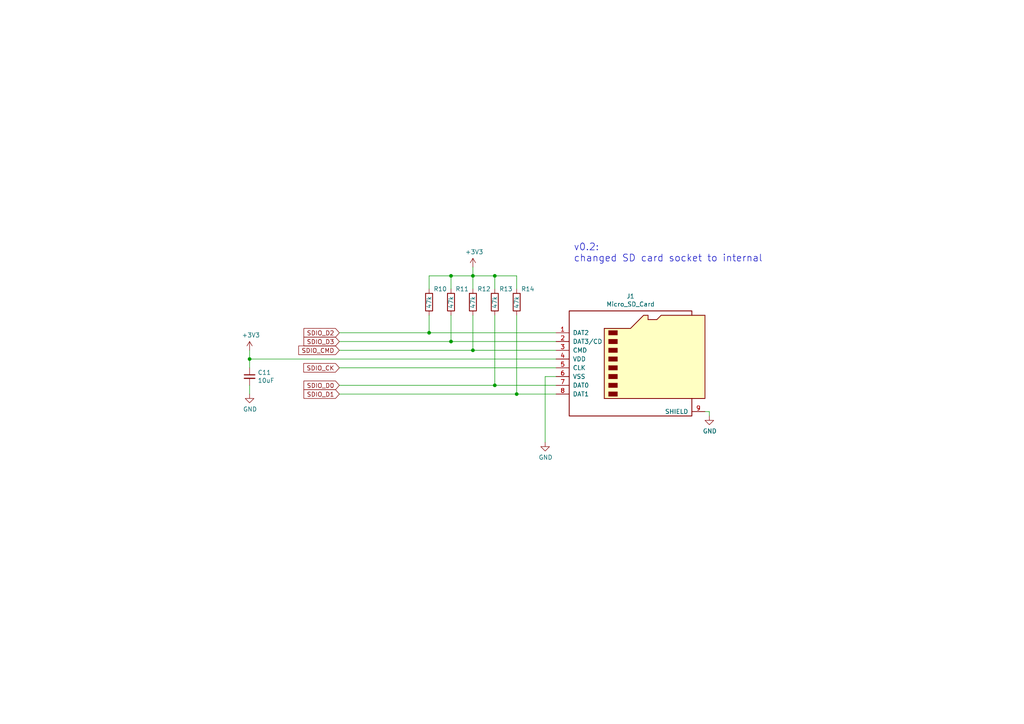
<source format=kicad_sch>
(kicad_sch (version 20211123) (generator eeschema)
  (paper "A4")
  (lib_symbols
    (symbol "Connector:Micro_SD_Card" (pin_names (offset 1.016))
      (property "Reference" "J" (at -16.51 15.24 0))
      (property "Value" "Micro_SD_Card" (at 16.51 15.24 0))
      (symbol "Micro_SD_Card_0_1"
        (rectangle (start -7.62 -9.525) (end -5.08 -10.795) (fill (type outline)))
        (rectangle (start -7.62 -6.985) (end -5.08 -8.255) (fill (type outline)))
        (rectangle (start -7.62 -4.445) (end -5.08 -5.715) (fill (type outline)))
        (rectangle (start -7.62 -1.905) (end -5.08 -3.175) (fill (type outline)))
        (rectangle (start -7.62 0.635) (end -5.08 -0.635) (fill (type outline)))
        (rectangle (start -7.62 3.175) (end -5.08 1.905) (fill (type outline)))
        (rectangle (start -7.62 5.715) (end -5.08 4.445) (fill (type outline)))
        (rectangle (start -7.62 8.255) (end -5.08 6.985) (fill (type outline)))
        (polyline (pts (xy 16.51 12.7) (xy 16.51 13.97) (xy -19.05 13.97) (xy -19.05 -16.51) (xy 16.51 -16.51) (xy 16.51 -11.43)) (stroke (width 0.254)))
        (polyline (pts (xy -8.89 -11.43) (xy -8.89 8.89) (xy -1.27 8.89) (xy 2.54 12.7) (xy 3.81 12.7) (xy 3.81 11.43) (xy 6.35 11.43) (xy 7.62 12.7) (xy 20.32 12.7) (xy 20.32 -11.43) (xy -8.89 -11.43)) (stroke (width 0.254)) (fill (type background)))
      )
      (symbol "Micro_SD_Card_1_1"
        (pin bidirectional line (at -22.86 7.62 0) (length 3.81) (name "DAT2") (number "1"))
        (pin bidirectional line (at -22.86 5.08 0) (length 3.81) (name "DAT3/CD") (number "2"))
        (pin input line (at -22.86 2.54 0) (length 3.81) (name "CMD") (number "3"))
        (pin power_in line (at -22.86 0 0) (length 3.81) (name "VDD") (number "4"))
        (pin input line (at -22.86 -2.54 0) (length 3.81) (name "CLK") (number "5"))
        (pin power_in line (at -22.86 -5.08 0) (length 3.81) (name "VSS") (number "6"))
        (pin bidirectional line (at -22.86 -7.62 0) (length 3.81) (name "DAT0") (number "7"))
        (pin bidirectional line (at -22.86 -10.16 0) (length 3.81) (name "DAT1") (number "8"))
        (pin passive line (at 20.32 -15.24 180) (length 3.81) (name "SHIELD") (number "9"))
      )
    )
    (symbol "Device:C_Small" (pin_numbers hide) (pin_names (offset 0.254) hide)
      (property "Reference" "C" (at 0.254 1.778 0))
      (property "Value" "C_Small" (at 0.254 -2.032 0))
      (symbol "C_Small_0_1"
        (polyline (pts (xy -1.524 -0.508) (xy 1.524 -0.508)) (stroke (width 0.3302)))
        (polyline (pts (xy -1.524 0.508) (xy 1.524 0.508)) (stroke (width 0.3048)))
      )
      (symbol "C_Small_1_1"
        (pin passive line (at 0 2.54 270) (length 2.032) (name "~") (number "1"))
        (pin passive line (at 0 -2.54 90) (length 2.032) (name "~") (number "2"))
      )
    )
    (symbol "Device:R" (pin_numbers hide) (pin_names (offset 0))
      (property "Reference" "R" (at 2.032 0 90))
      (property "Value" "R" (at 0 0 90))
      (symbol "R_0_1"
        (rectangle (start -1.016 -2.54) (end 1.016 2.54) (stroke (width 0.254)))
      )
      (symbol "R_1_1"
        (pin passive line (at 0 3.81 270) (length 1.27) (name "~") (number "1"))
        (pin passive line (at 0 -3.81 90) (length 1.27) (name "~") (number "2"))
      )
    )
    (symbol "power:+3.3V" (power) (pin_names (offset 0))
      (property "Value" "+3.3V" (at 0 3.556 0))
      (symbol "+3.3V_0_1"
        (polyline (pts (xy -0.762 1.27) (xy 0 2.54)))
        (polyline (pts (xy 0 0) (xy 0 2.54)))
        (polyline (pts (xy 0 2.54) (xy 0.762 1.27)))
      )
      (symbol "+3.3V_1_1"
        (pin power_in line (at 0 0 90) (length 0) hide (name "+3V3") (number "1"))
      )
    )
    (symbol "power:GND" (power) (pin_names (offset 0))
      (property "Value" "GND" (at 0 -3.81 0))
      (symbol "GND_0_1"
        (polyline (pts (xy 0 0) (xy 0 -1.27) (xy 1.27 -1.27) (xy 0 -2.54) (xy -1.27 -1.27) (xy 0 -1.27)))
      )
      (symbol "GND_1_1"
        (pin power_in line (at 0 0 270) (length 0) hide (name "GND") (number "1"))
      )
    )
  )
  (junction (at 143.51 111.76))
  (junction (at 143.51 80.01))
  (junction (at 137.16 101.6))
  (junction (at 137.16 80.01))
  (junction (at 149.86 114.3))
  (junction (at 72.39 104.14))
  (junction (at 130.81 99.06))
  (junction (at 130.81 80.01))
  (junction (at 124.46 96.52))
  (wire (pts (xy 161.29 104.14) (xy 72.39 104.14)))
  (wire (pts (xy 137.16 101.6) (xy 161.29 101.6)))
  (wire (pts (xy 130.81 83.82) (xy 130.81 80.01)))
  (wire (pts (xy 98.425 111.76) (xy 143.51 111.76)))
  (wire (pts (xy 130.81 91.44) (xy 130.81 99.06)))
  (wire (pts (xy 158.115 109.22) (xy 161.29 109.22)))
  (wire (pts (xy 205.74 119.38) (xy 204.47 119.38)))
  (wire (pts (xy 149.86 91.44) (xy 149.86 114.3)))
  (wire (pts (xy 124.46 96.52) (xy 161.29 96.52)))
  (wire (pts (xy 130.81 99.06) (xy 161.29 99.06)))
  (wire (pts (xy 137.16 80.01) (xy 143.51 80.01)))
  (wire (pts (xy 143.51 80.01) (xy 149.86 80.01)))
  (wire (pts (xy 98.425 114.3) (xy 149.86 114.3)))
  (wire (pts (xy 72.39 101.6) (xy 72.39 104.14)))
  (wire (pts (xy 98.425 96.52) (xy 124.46 96.52)))
  (wire (pts (xy 143.51 83.82) (xy 143.51 80.01)))
  (wire (pts (xy 161.29 106.68) (xy 98.425 106.68)))
  (wire (pts (xy 161.29 111.76) (xy 143.51 111.76)))
  (wire (pts (xy 124.46 83.82) (xy 124.46 80.01)))
  (wire (pts (xy 143.51 91.44) (xy 143.51 111.76)))
  (wire (pts (xy 130.81 80.01) (xy 137.16 80.01)))
  (wire (pts (xy 205.74 120.65) (xy 205.74 119.38)))
  (wire (pts (xy 158.115 109.22) (xy 158.115 128.27)))
  (wire (pts (xy 98.425 101.6) (xy 137.16 101.6)))
  (wire (pts (xy 137.16 83.82) (xy 137.16 80.01)))
  (wire (pts (xy 72.39 114.3) (xy 72.39 111.76)))
  (wire (pts (xy 72.39 104.14) (xy 72.39 106.68)))
  (wire (pts (xy 149.86 114.3) (xy 161.29 114.3)))
  (wire (pts (xy 124.46 80.01) (xy 130.81 80.01)))
  (wire (pts (xy 149.86 80.01) (xy 149.86 83.82)))
  (wire (pts (xy 124.46 91.44) (xy 124.46 96.52)))
  (wire (pts (xy 137.16 80.01) (xy 137.16 77.47)))
  (wire (pts (xy 98.425 99.06) (xy 130.81 99.06)))
  (wire (pts (xy 137.16 91.44) (xy 137.16 101.6)))
  (text "v0.2:\nchanged SD card socket to internal" (at 166.37 76.2 0) (effects (font (size 2 2)) (justify left bottom)))
  (global_label "SDIO_CK" (shape input) (at 98.425 106.68 180) (property "Intersheet References" "${INTERSHEET_REFS}" (effects hide)))
  (global_label "SDIO_D3" (shape input) (at 98.425 99.06 180) (property "Intersheet References" "${INTERSHEET_REFS}" (effects hide)))
  (global_label "SDIO_D1" (shape input) (at 98.425 114.3 180) (property "Intersheet References" "${INTERSHEET_REFS}" (effects hide)))
  (global_label "SDIO_CMD" (shape input) (at 98.425 101.6 180) (property "Intersheet References" "${INTERSHEET_REFS}" (effects hide)))
  (global_label "SDIO_D2" (shape input) (at 98.425 96.52 180) (property "Intersheet References" "${INTERSHEET_REFS}" (effects hide)))
  (global_label "SDIO_D0" (shape input) (at 98.425 111.76 180) (property "Intersheet References" "${INTERSHEET_REFS}" (effects hide)))
  (symbol (lib_id "Device:R") (at 124.46 87.63 0) (unit 1)
    (property "Reference" "R10" (at 125.73 83.82 0) (effects (justify left)))
    (property "Value" "47k" (at 124.46 89.535 90) (effects (justify left)))
    (property "Footprint" "Resistor_SMD:R_0603_1608Metric_Pad0.98x0.95mm_HandSolder" (effects hide))
    (property "LCSC" "C25819" (effects hide))
  )
  (symbol (lib_id "Device:R") (at 130.81 87.63 0) (unit 1)
    (property "Reference" "R11" (at 132.08 83.82 0) (effects (justify left)))
    (property "Value" "47k" (at 130.81 89.535 90) (effects (justify left)))
    (property "Footprint" "Resistor_SMD:R_0603_1608Metric_Pad0.98x0.95mm_HandSolder" (effects hide))
    (property "LCSC" "C25819" (effects hide))
  )
  (symbol (lib_id "Device:R") (at 137.16 87.63 0) (unit 1)
    (property "Reference" "R12" (at 138.43 83.82 0) (effects (justify left)))
    (property "Value" "47k" (at 137.16 89.535 90) (effects (justify left)))
    (property "Footprint" "Resistor_SMD:R_0603_1608Metric_Pad0.98x0.95mm_HandSolder" (effects hide))
    (property "LCSC" "C25819" (effects hide))
  )
  (symbol (lib_id "Device:R") (at 143.51 87.63 0) (unit 1)
    (property "Reference" "R13" (at 144.78 83.82 0) (effects (justify left)))
    (property "Value" "47k" (at 143.51 89.535 90) (effects (justify left)))
    (property "Footprint" "Resistor_SMD:R_0603_1608Metric_Pad0.98x0.95mm_HandSolder" (effects hide))
    (property "LCSC" "C25819" (effects hide))
  )
  (symbol (lib_id "Device:R") (at 149.86 87.63 0) (unit 1)
    (property "Reference" "R14" (at 151.13 83.82 0) (effects (justify left)))
    (property "Value" "47k" (at 149.86 89.535 90) (effects (justify left)))
    (property "Footprint" "Resistor_SMD:R_0603_1608Metric_Pad0.98x0.95mm_HandSolder" (effects hide))
    (property "LCSC" "C25819" (effects hide))
  )
  (symbol (lib_id "power:GND") (at 72.39 114.3 0) (unit 1)
    (property "Reference" "#PWR020" (effects hide))
    (property "Value" "GND" (at 72.517 118.6942 0))
  )
  (symbol (lib_id "power:GND") (at 158.115 128.27 0) (unit 1)
    (property "Reference" "#PWR022" (effects hide))
    (property "Value" "GND" (at 158.242 132.6642 0))
  )
  (symbol (lib_id "power:GND") (at 205.74 120.65 0) (unit 1)
    (property "Reference" "#PWR023" (effects hide))
    (property "Value" "GND" (at 205.867 125.0442 0))
  )
  (symbol (lib_id "Device:C_Small") (at 72.39 109.22 0) (unit 1)
    (property "Reference" "C11" (at 74.7268 108.0516 0) (effects (justify left)))
    (property "Value" "10uF" (at 74.7268 110.363 0) (effects (justify left)))
    (property "Footprint" "Capacitor_SMD:C_1206_3216Metric" (effects hide))
    (property "LCSC" "C13585" (effects hide))
  )
  (symbol (lib_id "Connector:Micro_SD_Card") (at 184.15 104.14 0) (unit 1)
    (property "Reference" "J1" (at 182.88 85.9282 0))
    (property "Value" "Micro_SD_Card" (at 182.88 88.2396 0))
    (property "Footprint" "foots:Sofng_TF-15x15_sd_card_socket" (effects hide))
    (property "Datasheet" "http://katalog.we-online.de/em/datasheet/693072010801.pdf" (effects hide))
    (property "LCSC" "-" (effects hide))
  )
  (symbol (lib_id "power:+3.3V") (at 72.39 101.6 0) (unit 1)
    (property "Reference" "#PWR019" (effects hide))
    (property "Value" "+3.3V" (at 72.771 97.2058 0))
  )
  (symbol (lib_id "power:+3.3V") (at 137.16 77.47 0) (unit 1)
    (property "Reference" "#PWR021" (effects hide))
    (property "Value" "+3.3V" (at 137.541 73.0758 0))
  )
)
</source>
